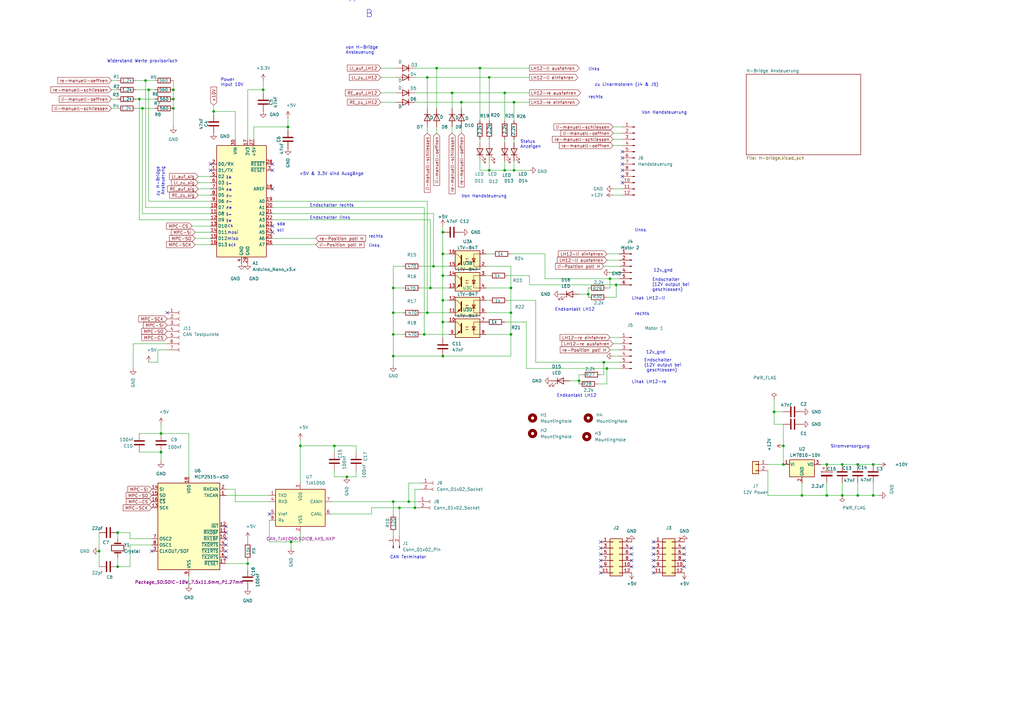
<source format=kicad_sch>
(kicad_sch (version 20250114) (generator "eeschema") (generator_version "9.0")
  (paper "A3")
  (title_block (date "2025-06-23") (rev "2.1") (company "TELLNET AG") (comment 1 "Speisung MCP2515 auf 5V angepasst") (comment 2 "Entkopplungskondensator bei MPC2515 RESET hinzugefügt"))
  (text "Linak LH12-re" (at 259.08 157.48 0) (effects (font (size 1.27 1.27)) (justify left bottom)))
  (text "links" (at 151.13 101.6 0) (effects (font (size 1.27 1.27)) (justify left bottom)))
  (text "r+" (at 92.71 78.74 0) (effects (font (size 1.27 1.27) (thickness 0.254) (bold yes)) (justify left bottom)))
  (text "rechts" (at 151.13 97.79 0) (effects (font (size 1.27 1.27)) (justify left bottom)))
  (text "mosi" (at 95.504 95.504 0) (effects (font (size 1.27 1.27))))
  (text "Status \nAnzeigen" (at 213.36 60.96 0) (effects (font (size 1.27 1.27)) (justify left bottom)))
  (text "+5V & 3.3V sind Ausgänge" (at 122.682 72.136 0) (effects (font (size 1.27 1.27)) (justify left bottom)))
  (text "Endkontakt LH12" (at 228.346 163.068 0) (effects (font (size 1.27 1.27)) (justify left bottom)))
  (text "cs" (at 94.488 92.71 0) (effects (font (size 1.27 1.27))))
  (text "12v_gnd" (at 267.97 111.76 0) (effects (font (size 1.27 1.27)) (justify left bottom)))
  (text "r+" (at 92.71 86.106 0) (effects (font (size 1.27 1.27) (thickness 0.254) (bold yes)) (justify left bottom)))
  (text "rechts" (at 241.3 40.64 0) (effects (font (size 1.27 1.27)) (justify left bottom)))
  (text "Von Handsteuerung" (at 263.144 46.99 0) (effects (font (size 1.27 1.27)) (justify left bottom)))
  (text "sck" (at 95.25 100.584 0) (effects (font (size 1.27 1.27))))
  (text "von H-Bridge \nAnsteuerung\n" (at 141.732 22.352 0) (effects (font (size 1.27 1.27)) (justify left bottom)))
  (text "Endschalter rechts" (at 127 85.09 0) (effects (font (size 1.27 1.27)) (justify left bottom)))
  (text "miso" (at 95.504 98.044 0) (effects (font (size 1.27 1.27))))
  (text "sda" (at 113.538 92.71 0) (effects (font (size 1.27 1.27)) (justify left bottom)))
  (text "links" (at 241.3 29.21 0) (effects (font (size 1.27 1.27)) (justify left bottom)))
  (text "Stromversorgung" (at 340.614 183.896 0) (effects (font (size 1.27 1.27)) (justify left bottom)))
  (text "Endkontakt LH12" (at 227.584 127.762 0) (effects (font (size 1.27 1.27)) (justify left bottom)))
  (text "l+" (at 92.71 91.44 0) (effects (font (size 1.27 1.27) (thickness 0.254) (bold yes)) (justify left bottom)))
  (text "l+" (at 92.71 73.66 0) (effects (font (size 1.27 1.27) (thickness 0.254) (bold yes)) (justify left bottom)))
  (text "A" (at 143.129 1.143 0) (effects (font (size 3 3)) (justify left bottom)))
  (text "zu H-Bridge\nAnsteuerung\n" (at 67.564 68.326 90) (effects (font (size 1.27 1.27)) (justify right bottom)))
  (text "r-" (at 92.71 83.566 0) (effects (font (size 1.27 1.27) (thickness 0.254) (bold yes)) (justify left bottom)))
  (text "l-" (at 92.71 88.9 0) (effects (font (size 1.27 1.27) (thickness 0.254) (bold yes)) (justify left bottom)))
  (text "Endschalter \n(12V output bei\n geschlossen)" (at 264.16 152.654 0) (effects (font (size 1.27 1.27)) (justify left bottom)))
  (text "Linak LH12-li" (at 259.08 123.19 0) (effects (font (size 1.27 1.27)) (justify left bottom)))
  (text "l-" (at 92.71 76.2 0) (effects (font (size 1.27 1.27) (thickness 0.254) (bold yes)) (justify left bottom)))
  (text "Endschalter \n(12V output bei \ngeschlossen)" (at 267.462 119.634 0) (effects (font (size 1.27 1.27)) (justify left bottom)))
  (text "r-" (at 92.71 81.28 0) (effects (font (size 1.27 1.27) (thickness 0.254) (bold yes)) (justify left bottom)))
  (text "Power\nInput 10V" (at 90.424 35.56 0) (effects (font (size 1.27 1.27)) (justify left bottom)))
  (text "B" (at 149.86 7.493 0) (effects (font (size 3 3)) (justify left bottom)))
  (text "zu Linarmotoren (J4 & J5)\n" (at 243.84 35.56 0) (effects (font (size 1.27 1.27)) (justify left bottom)))
  (text "CAN Terminator" (at 167.386 228.6 0) (effects (font (size 1.27 1.27))))
  (text "rechts" (at 260.35 129.54 0) (effects (font (size 1.27 1.27)) (justify left bottom)))
  (text "Von Handsteuerung" (at 189.23 81.28 0) (effects (font (size 1.27 1.27)) (justify left bottom)))
  (text "Endschalter links" (at 127 90.17 0) (effects (font (size 1.27 1.27)) (justify left bottom)))
  (text "scl" (at 113.538 95.25 0) (effects (font (size 1.27 1.27)) (justify left bottom)))
  (text "12v_gnd" (at 264.922 145.288 0) (effects (font (size 1.27 1.27)) (justify left bottom)))
  (text "Widerstand Werte provisorisch" (at 58.42 25.146 0) (effects (font (size 1.27 1.27))))
  (text "links" (at 260.35 95.25 0) (effects (font (size 1.27 1.27)) (justify left bottom)))
  (junction (at 123.19 182.88))
  (junction (at 210.82 41.91))
  (junction (at 351.79 203.2))
  (junction (at 87.63 45.72))
  (junction (at 118.11 52.07))
  (junction (at 196.85 27.94))
  (junction (at 161.29 118.11))
  (junction (at 317.5 168.91))
  (junction (at 175.26 31.75))
  (junction (at 207.01 69.85))
  (junction (at 163.83 208.28))
  (junction (at 175.26 128.27))
  (junction (at 161.29 128.27))
  (junction (at 321.31 182.88))
  (junction (at 339.09 203.2))
  (junction (at 57.15 40.64))
  (junction (at 48.26 218.44))
  (junction (at 351.79 190.5))
  (junction (at 119.38 222.25))
  (junction (at 248.92 151.13))
  (junction (at 358.14 190.5))
  (junction (at 181.61 132.08))
  (junction (at 185.42 38.1))
  (junction (at 358.14 203.2))
  (junction (at 345.44 203.2))
  (junction (at 250.19 114.3))
  (junction (at 237.49 156.21))
  (junction (at 177.8 109.22))
  (junction (at 71.12 36.83))
  (junction (at 161.29 137.16))
  (junction (at 210.82 69.85))
  (junction (at 247.65 148.59))
  (junction (at 66.04 177.8))
  (junction (at 179.07 27.94))
  (junction (at 167.64 205.74))
  (junction (at 101.6 231.14))
  (junction (at 107.95 36.83))
  (junction (at 345.44 190.5))
  (junction (at 176.53 118.11))
  (junction (at 321.31 190.5))
  (junction (at 200.66 69.85))
  (junction (at 252.73 116.84))
  (junction (at 241.3 120.65))
  (junction (at 339.09 190.5))
  (junction (at 209.55 128.27))
  (junction (at 40.64 226.06))
  (junction (at 71.12 44.45))
  (junction (at 170.18 208.28))
  (junction (at 200.66 31.75))
  (junction (at 328.93 203.2))
  (junction (at 137.16 182.88))
  (junction (at 173.99 137.16))
  (junction (at 181.61 104.14))
  (junction (at 209.55 118.11))
  (junction (at 142.24 195.58))
  (junction (at 181.61 146.05))
  (junction (at 48.26 232.41))
  (junction (at 207.01 38.1))
  (junction (at 58.42 44.45))
  (junction (at 181.61 123.19))
  (junction (at 59.69 33.02))
  (junction (at 161.29 205.74))
  (junction (at 161.29 146.05))
  (junction (at 66.04 185.42))
  (junction (at 60.96 36.83))
  (junction (at 209.55 137.16))
  (junction (at 181.61 95.25))
  (junction (at 189.23 41.91))
  (junction (at 181.61 113.03))
  (junction (at 71.12 40.64))
  (no_connect (at 255.27 67.31))
  (no_connect (at 280.67 227.33))
  (no_connect (at 92.71 226.06))
  (no_connect (at 255.27 64.77))
  (no_connect (at 246.38 224.79))
  (no_connect (at 259.08 232.41))
  (no_connect (at 86.36 67.31))
  (no_connect (at 111.76 92.71))
  (no_connect (at 255.27 62.23))
  (no_connect (at 92.71 215.9))
  (no_connect (at 92.71 223.52))
  (no_connect (at 280.67 232.41))
  (no_connect (at 111.76 95.25))
  (no_connect (at 259.08 229.87))
  (no_connect (at 267.97 227.33))
  (no_connect (at 246.38 232.41))
  (no_connect (at 255.27 74.93))
  (no_connect (at 259.08 224.79))
  (no_connect (at 111.76 69.85))
  (no_connect (at 246.38 234.95))
  (no_connect (at 110.49 210.82))
  (no_connect (at 246.38 222.25))
  (no_connect (at 280.67 224.79))
  (no_connect (at 267.97 224.79))
  (no_connect (at 92.71 220.98))
  (no_connect (at 259.08 227.33))
  (no_connect (at 92.71 228.6))
  (no_connect (at 111.76 77.47))
  (no_connect (at 62.23 226.06))
  (no_connect (at 255.27 69.85))
  (no_connect (at 86.36 69.85))
  (no_connect (at 255.27 72.39))
  (no_connect (at 267.97 222.25))
  (no_connect (at 68.58 128.27))
  (no_connect (at 267.97 234.95))
  (no_connect (at 246.38 227.33))
  (no_connect (at 92.71 218.44))
  (no_connect (at 246.38 229.87))
  (no_connect (at 267.97 229.87))
  (no_connect (at 280.67 229.87))
  (no_connect (at 267.97 232.41))
  (no_connect (at 111.76 67.31))
  (wire (pts (xy 64.77 148.59) (xy 60.96 148.59)))
  (wire (pts (xy 247.65 148.59) (xy 254 148.59)))
  (wire (pts (xy 250.19 111.76) (xy 254 111.76)))
  (wire (pts (xy 251.46 59.69) (xy 255.27 59.69)))
  (wire (pts (xy 78.74 92.71) (xy 86.36 92.71)))
  (wire (pts (xy 210.82 66.04) (xy 210.82 69.85)))
  (wire (pts (xy 161.29 118.11) (xy 161.29 128.27)))
  (wire (pts (xy 161.29 146.05) (xy 181.61 146.05)))
  (wire (pts (xy 185.42 38.1) (xy 207.01 38.1)))
  (wire (pts (xy 241.3 120.65) (xy 241.3 121.92)))
  (wire (pts (xy 248.92 151.13) (xy 248.92 157.48)))
  (wire (pts (xy 137.16 195.58) (xy 137.16 193.04)))
  (wire (pts (xy 161.29 149.86) (xy 161.29 146.05)))
  (wire (pts (xy 199.39 128.27) (xy 209.55 128.27)))
  (wire (pts (xy 200.66 66.04) (xy 200.66 69.85)))
  (wire (pts (xy 181.61 113.03) (xy 184.15 113.03)))
  (wire (pts (xy 199.39 104.14) (xy 201.93 104.14)))
  (wire (pts (xy 196.85 66.04) (xy 196.85 69.85)))
  (wire (pts (xy 92.71 200.66) (xy 96.52 200.66)))
  (wire (pts (xy 161.29 205.74) (xy 167.64 205.74)))
  (wire (pts (xy 251.46 77.47) (xy 255.27 77.47)))
  (wire (pts (xy 71.12 33.02) (xy 71.12 36.83)))
  (wire (pts (xy 345.44 190.5) (xy 351.79 190.5)))
  (wire (pts (xy 96.52 205.74) (xy 110.49 205.74)))
  (wire (pts (xy 101.6 36.83) (xy 101.6 57.15)))
  (wire (pts (xy 317.5 163.83) (xy 317.5 168.91)))
  (wire (pts (xy 176.53 118.11) (xy 184.15 118.11)))
  (wire (pts (xy 173.99 85.09) (xy 173.99 137.16)))
  (wire (pts (xy 177.8 87.63) (xy 177.8 109.22)))
  (wire (pts (xy 251.46 80.01) (xy 255.27 80.01)))
  (wire (pts (xy 189.23 41.91) (xy 210.82 41.91)))
  (wire (pts (xy 58.42 44.45) (xy 63.5 44.45)))
  (wire (pts (xy 111.76 85.09) (xy 173.99 85.09)))
  (wire (pts (xy 87.63 43.18) (xy 87.63 45.72)))
  (wire (pts (xy 80.01 97.79) (xy 86.36 97.79)))
  (wire (pts (xy 317.5 168.91) (xy 317.5 173.99)))
  (wire (pts (xy 48.26 218.44) (xy 53.34 218.44)))
  (wire (pts (xy 250.19 138.43) (xy 254 138.43)))
  (wire (pts (xy 185.42 52.07) (xy 185.42 54.61)))
  (wire (pts (xy 123.19 182.88) (xy 123.19 198.12)))
  (wire (pts (xy 358.14 203.2) (xy 351.79 203.2)))
  (wire (pts (xy 53.34 218.44) (xy 53.34 220.98)))
  (wire (pts (xy 177.8 109.22) (xy 184.15 109.22)))
  (wire (pts (xy 237.49 153.67) (xy 238.76 153.67)))
  (wire (pts (xy 248.92 151.13) (xy 254 151.13)))
  (wire (pts (xy 66.04 173.99) (xy 66.04 177.8)))
  (wire (pts (xy 92.71 231.14) (xy 101.6 231.14)))
  (wire (pts (xy 77.47 236.22) (xy 77.47 240.03)))
  (wire (pts (xy 233.68 156.21) (xy 237.49 156.21)))
  (wire (pts (xy 161.29 109.22) (xy 165.1 109.22)))
  (wire (pts (xy 137.16 195.58) (xy 142.24 195.58)))
  (wire (pts (xy 181.61 123.19) (xy 181.61 132.08)))
  (wire (pts (xy 161.29 205.74) (xy 161.29 210.82)))
  (wire (pts (xy 176.53 90.17) (xy 176.53 118.11)))
  (wire (pts (xy 248.92 106.68) (xy 254 106.68)))
  (wire (pts (xy 161.29 118.11) (xy 165.1 118.11)))
  (wire (pts (xy 175.26 31.75) (xy 175.26 44.45)))
  (wire (pts (xy 328.93 203.2) (xy 339.09 203.2)))
  (wire (pts (xy 55.88 40.64) (xy 57.15 40.64)))
  (wire (pts (xy 175.26 31.75) (xy 200.66 31.75)))
  (wire (pts (xy 111.76 97.79) (xy 129.54 97.79)))
  (wire (pts (xy 163.83 208.28) (xy 163.83 219.71)))
  (wire (pts (xy 45.72 36.83) (xy 48.26 36.83)))
  (wire (pts (xy 135.89 205.74) (xy 161.29 205.74)))
  (wire (pts (xy 118.11 48.26) (xy 118.11 52.07)))
  (wire (pts (xy 156.21 31.75) (xy 162.56 31.75)))
  (wire (pts (xy 156.21 41.91) (xy 162.56 41.91)))
  (wire (pts (xy 137.16 182.88) (xy 137.16 185.42)))
  (wire (pts (xy 142.24 195.58) (xy 146.05 195.58)))
  (wire (pts (xy 45.72 33.02) (xy 48.26 33.02)))
  (wire (pts (xy 54.61 140.97) (xy 68.58 140.97)))
  (wire (pts (xy 172.72 128.27) (xy 175.26 128.27)))
  (wire (pts (xy 223.52 114.3) (xy 250.19 114.3)))
  (wire (pts (xy 181.61 113.03) (xy 181.61 123.19)))
  (wire (pts (xy 210.82 58.42) (xy 210.82 57.15)))
  (wire (pts (xy 66.04 185.42) (xy 57.15 185.42)))
  (wire (pts (xy 210.82 41.91) (xy 217.17 41.91)))
  (wire (pts (xy 223.52 104.14) (xy 223.52 114.3)))
  (wire (pts (xy 321.31 173.99) (xy 321.31 182.88)))
  (wire (pts (xy 252.73 116.84) (xy 254 116.84)))
  (wire (pts (xy 200.66 31.75) (xy 200.66 49.53)))
  (wire (pts (xy 175.26 82.55) (xy 175.26 128.27)))
  (wire (pts (xy 210.82 41.91) (xy 210.82 49.53)))
  (wire (pts (xy 251.46 52.07) (xy 255.27 52.07)))
  (wire (pts (xy 161.29 128.27) (xy 165.1 128.27)))
  (wire (pts (xy 53.34 220.98) (xy 62.23 220.98)))
  (wire (pts (xy 161.29 137.16) (xy 165.1 137.16)))
  (wire (pts (xy 351.79 190.5) (xy 358.14 190.5)))
  (wire (pts (xy 207.01 132.08) (xy 215.9 132.08)))
  (wire (pts (xy 351.79 198.12) (xy 351.79 203.2)))
  (wire (pts (xy 181.61 104.14) (xy 184.15 104.14)))
  (wire (pts (xy 80.01 100.33) (xy 86.36 100.33)))
  (wire (pts (xy 345.44 203.2) (xy 351.79 203.2)))
  (wire (pts (xy 58.42 44.45) (xy 58.42 87.63)))
  (wire (pts (xy 59.69 33.02) (xy 63.5 33.02)))
  (wire (pts (xy 210.82 69.85) (xy 217.17 69.85)))
  (wire (pts (xy 199.39 113.03) (xy 200.66 113.03)))
  (wire (pts (xy 199.39 118.11) (xy 209.55 118.11)))
  (wire (pts (xy 110.49 222.25) (xy 119.38 222.25)))
  (wire (pts (xy 181.61 123.19) (xy 184.15 123.19)))
  (wire (pts (xy 199.39 123.19) (xy 200.66 123.19)))
  (wire (pts (xy 200.66 58.42) (xy 200.66 57.15)))
  (wire (pts (xy 172.72 200.66) (xy 170.18 200.66)))
  (wire (pts (xy 123.19 180.34) (xy 123.19 182.88)))
  (wire (pts (xy 181.61 146.05) (xy 209.55 146.05)))
  (wire (pts (xy 81.28 72.39) (xy 86.36 72.39)))
  (wire (pts (xy 101.6 36.83) (xy 107.95 36.83)))
  (wire (pts (xy 119.38 222.25) (xy 119.38 224.79)))
  (wire (pts (xy 40.64 218.44) (xy 40.64 226.06)))
  (wire (pts (xy 81.28 77.47) (xy 86.36 77.47)))
  (wire (pts (xy 219.71 148.59) (xy 247.65 148.59)))
  (wire (pts (xy 181.61 132.08) (xy 181.61 138.43)))
  (wire (pts (xy 161.29 218.44) (xy 161.29 219.71)))
  (wire (pts (xy 55.88 36.83) (xy 60.96 36.83)))
  (wire (pts (xy 250.19 118.11) (xy 250.19 114.3)))
  (wire (pts (xy 251.46 146.05) (xy 254 146.05)))
  (wire (pts (xy 321.31 168.91) (xy 317.5 168.91)))
  (wire (pts (xy 101.6 233.68) (xy 101.6 231.14)))
  (wire (pts (xy 251.46 140.97) (xy 254 140.97)))
  (wire (pts (xy 172.72 118.11) (xy 176.53 118.11)))
  (wire (pts (xy 248.92 121.92) (xy 252.73 121.92)))
  (wire (pts (xy 146.05 193.04) (xy 146.05 195.58)))
  (wire (pts (xy 208.28 113.03) (xy 217.17 113.03)))
  (wire (pts (xy 170.18 41.91) (xy 189.23 41.91)))
  (wire (pts (xy 64.77 143.51) (xy 68.58 143.51)))
  (wire (pts (xy 111.76 82.55) (xy 175.26 82.55)))
  (wire (pts (xy 60.96 36.83) (xy 63.5 36.83)))
  (wire (pts (xy 55.88 33.02) (xy 59.69 33.02)))
  (wire (pts (xy 152.4 208.28) (xy 152.4 210.82)))
  (wire (pts (xy 107.95 36.83) (xy 107.95 38.1)))
  (wire (pts (xy 59.69 85.09) (xy 59.69 33.02)))
  (wire (pts (xy 241.3 120.65) (xy 241.3 118.11)))
  (wire (pts (xy 71.12 36.83) (xy 71.12 40.64)))
  (wire (pts (xy 66.04 189.23) (xy 66.04 185.42)))
  (wire (pts (xy 181.61 132.08) (xy 184.15 132.08)))
  (wire (pts (xy 81.28 74.93) (xy 86.36 74.93)))
  (wire (pts (xy 251.46 54.61) (xy 255.27 54.61)))
  (wire (pts (xy 175.26 128.27) (xy 184.15 128.27)))
  (wire (pts (xy 252.73 121.92) (xy 252.73 116.84)))
  (wire (pts (xy 77.47 177.8) (xy 66.04 177.8)))
  (wire (pts (xy 53.34 223.52) (xy 53.34 232.41)))
  (wire (pts (xy 80.01 95.25) (xy 86.36 95.25)))
  (wire (pts (xy 336.55 190.5) (xy 339.09 190.5)))
  (wire (pts (xy 358.14 190.5) (xy 360.68 190.5)))
  (wire (pts (xy 247.65 148.59) (xy 247.65 153.67)))
  (wire (pts (xy 156.21 38.1) (xy 162.56 38.1)))
  (wire (pts (xy 250.19 114.3) (xy 254 114.3)))
  (wire (pts (xy 86.36 85.09) (xy 59.69 85.09)))
  (wire (pts (xy 245.11 157.48) (xy 248.92 157.48)))
  (wire (pts (xy 64.77 143.51) (xy 64.77 148.59)))
  (wire (pts (xy 179.07 52.07) (xy 179.07 54.61)))
  (wire (pts (xy 170.18 208.28) (xy 163.83 208.28)))
  (wire (pts (xy 137.16 182.88) (xy 146.05 182.88)))
  (wire (pts (xy 217.17 116.84) (xy 252.73 116.84)))
  (wire (pts (xy 248.92 104.14) (xy 254 104.14)))
  (wire (pts (xy 55.88 44.45) (xy 58.42 44.45)))
  (wire (pts (xy 175.26 52.07) (xy 175.26 54.61)))
  (wire (pts (xy 161.29 137.16) (xy 161.29 146.05)))
  (wire (pts (xy 110.49 213.36) (xy 110.49 222.25)))
  (wire (pts (xy 321.31 182.88) (xy 321.31 190.5)))
  (wire (pts (xy 237.49 120.65) (xy 241.3 120.65)))
  (wire (pts (xy 45.72 40.64) (xy 48.26 40.64)))
  (wire (pts (xy 181.61 95.25) (xy 181.61 104.14)))
  (wire (pts (xy 207.01 69.85) (xy 210.82 69.85)))
  (wire (pts (xy 53.34 232.41) (xy 48.26 232.41)))
  (wire (pts (xy 110.49 203.2) (xy 92.71 203.2)))
  (wire (pts (xy 358.14 203.2) (xy 360.68 203.2)))
  (wire (pts (xy 96.52 45.72) (xy 96.52 57.15)))
  (wire (pts (xy 57.15 177.8) (xy 66.04 177.8)))
  (wire (pts (xy 137.16 182.88) (xy 123.19 182.88)))
  (wire (pts (xy 71.12 40.64) (xy 71.12 44.45)))
  (wire (pts (xy 172.72 109.22) (xy 177.8 109.22)))
  (wire (pts (xy 209.55 128.27) (xy 209.55 137.16)))
  (wire (pts (xy 185.42 38.1) (xy 185.42 44.45)))
  (wire (pts (xy 358.14 198.12) (xy 358.14 203.2)))
  (wire (pts (xy 181.61 104.14) (xy 181.61 113.03)))
  (wire (pts (xy 81.28 80.01) (xy 86.36 80.01)))
  (wire (pts (xy 237.49 156.21) (xy 237.49 157.48)))
  (wire (pts (xy 196.85 69.85) (xy 200.66 69.85)))
  (wire (pts (xy 200.66 31.75) (xy 217.17 31.75)))
  (wire (pts (xy 179.07 44.45) (xy 179.07 27.94)))
  (wire (pts (xy 77.47 177.8) (xy 77.47 195.58)))
  (wire (pts (xy 48.26 228.6) (xy 48.26 232.41)))
  (wire (pts (xy 161.29 128.27) (xy 161.29 137.16)))
  (wire (pts (xy 101.6 231.14) (xy 101.6 229.87)))
  (wire (pts (xy 199.39 109.22) (xy 209.55 109.22)))
  (wire (pts (xy 196.85 27.94) (xy 217.17 27.94)))
  (wire (pts (xy 196.85 27.94) (xy 196.85 49.53)))
  (wire (pts (xy 161.29 109.22) (xy 161.29 118.11)))
  (wire (pts (xy 209.55 118.11) (xy 209.55 128.27)))
  (wire (pts (xy 217.17 113.03) (xy 217.17 116.84)))
  (wire (pts (xy 250.19 143.51) (xy 254 143.51)))
  (wire (pts (xy 54.61 151.13) (xy 54.61 140.97)))
  (wire (pts (xy 207.01 66.04) (xy 207.01 69.85)))
  (wire (pts (xy 167.64 205.74) (xy 171.45 205.74)))
  (wire (pts (xy 248.92 118.11) (xy 250.19 118.11)))
  (wire (pts (xy 104.14 52.07) (xy 118.11 52.07)))
  (wire (pts (xy 207.01 38.1) (xy 217.17 38.1)))
  (wire (pts (xy 339.09 203.2) (xy 345.44 203.2)))
  (wire (pts (xy 170.18 38.1) (xy 185.42 38.1)))
  (wire (pts (xy 40.64 226.06) (xy 40.64 232.41)))
  (wire (pts (xy 209.55 137.16) (xy 209.55 146.05)))
  (wire (pts (xy 48.26 218.44) (xy 48.26 220.98)))
  (wire (pts (xy 57.15 90.17) (xy 86.36 90.17)))
  (wire (pts (xy 104.14 52.07) (xy 104.14 57.15)))
  (wire (pts (xy 45.72 44.45) (xy 48.26 44.45)))
  (wire (pts (xy 200.66 69.85) (xy 207.01 69.85)))
  (wire (pts (xy 181.61 92.71) (xy 181.61 95.25)))
  (wire (pts (xy 172.72 198.12) (xy 167.64 198.12)))
  (wire (pts (xy 107.95 33.02) (xy 107.95 36.83)))
  (wire (pts (xy 209.55 109.22) (xy 209.55 118.11)))
  (wire (pts (xy 172.72 137.16) (xy 173.99 137.16)))
  (wire (pts (xy 163.83 208.28) (xy 152.4 208.28)))
  (wire (pts (xy 87.63 45.72) (xy 87.63 46.99)))
  (wire (pts (xy 53.34 223.52) (xy 62.23 223.52)))
  (wire (pts (xy 339.09 198.12) (xy 339.09 203.2)))
  (wire (pts (xy 246.38 153.67) (xy 247.65 153.67)))
  (wire (pts (xy 123.19 218.44) (xy 123.19 222.25)))
  (wire (pts (xy 179.07 27.94) (xy 196.85 27.94)))
  (wire (pts (xy 196.85 58.42) (xy 196.85 57.15)))
  (wire (pts (xy 207.01 38.1) (xy 207.01 49.53)))
  (wire (pts (xy 321.31 173.99) (xy 317.5 173.99)))
  (wire (pts (xy 207.01 58.42) (xy 207.01 57.15)))
  (wire (pts (xy 101.6 220.98) (xy 101.6 222.25)))
  (wire (pts (xy 60.96 82.55) (xy 86.36 82.55)))
  (wire (pts (xy 87.63 45.72) (xy 96.52 45.72)))
  (wire (pts (xy 314.96 203.2) (xy 328.93 203.2)))
  (wire (pts (xy 208.28 123.19) (xy 219.71 123.19)))
  (wire (pts (xy 146.05 182.88) (xy 146.05 185.42)))
  (wire (pts (xy 170.18 31.75) (xy 175.26 31.75)))
  (wire (pts (xy 247.65 109.22) (xy 254 109.22)))
  (wire (pts (xy 111.76 87.63) (xy 177.8 87.63)))
  (wire (pts (xy 189.23 52.07) (xy 189.23 54.61)))
  (wire (pts (xy 215.9 151.13) (xy 248.92 151.13)))
  (wire (pts (xy 58.42 87.63) (xy 86.36 87.63)))
  (wire (pts (xy 156.21 27.94) (xy 162.56 27.94)))
  (wire (pts (xy 123.19 222.25) (xy 119.38 222.25)))
  (wire (pts (xy 199.39 137.16) (xy 209.55 137.16)))
  (wire (pts (xy 118.11 52.07) (xy 118.11 53.34)))
  (wire (pts (xy 339.09 190.5) (xy 345.44 190.5)))
  (wire (pts (xy 314.96 190.5) (xy 321.31 190.5)))
  (wire (pts (xy 189.23 41.91) (xy 189.23 44.45)))
  (wire (pts (xy 173.99 137.16) (xy 184.15 137.16)))
  (wire (pts (xy 71.12 44.45) (xy 71.12 52.07)))
  (wire (pts (xy 314.96 193.04) (xy 314.96 203.2)))
  (wire (pts (xy 167.64 198.12) (xy 167.64 205.74)))
  (wire (pts (xy 57.15 40.64) (xy 63.5 40.64)))
  (wire (pts (xy 57.15 40.64) (xy 57.15 90.17)))
  (wire (pts (xy 135.89 210.82) (xy 152.4 210.82)))
  (wire (pts (xy 328.93 203.2) (xy 328.93 198.12)))
  (wire (pts (xy 60.96 36.83) (xy 60.96 82.55)))
  (wire (pts (xy 251.46 57.15) (xy 255.27 57.15)))
  (wire (pts (xy 345.44 198.12) (xy 345.44 203.2)))
  (wire (pts (xy 170.18 27.94) (xy 179.07 27.94)))
  (wire (pts (xy 111.76 90.17) (xy 176.53 90.17)))
  (wire (pts (xy 237.49 153.67) (xy 237.49 156.21)))
  (wire (pts (xy 170.18 200.66) (xy 170.18 208.28)))
  (wire (pts (xy 171.45 208.28) (xy 170.18 208.28)))
  (wire (pts (xy 215.9 151.13) (xy 215.9 132.08)))
  (wire (pts (xy 209.55 104.14) (xy 223.52 104.14)))
  (wire (pts (xy 96.52 200.66) (xy 96.52 205.74)))
  (wire (pts (xy 219.71 123.19) (xy 219.71 148.59)))
  (wire (pts (xy 111.76 100.33) (xy 129.54 100.33)))
  (global_label "re-manuell-oeffnen" (shape input) (at 45.72 33.02 180) (property "Intersheetrefs" "${INTERSHEET_REFS}" (effects (hide yes))))
  (global_label "MPC-SO" (shape input) (at 62.23 203.2 180) (property "Intersheetrefs" "${INTERSHEET_REFS}" (effects (hide yes))))
  (global_label "LH12-li ausfahren" (shape input) (at 248.92 106.68 180) (property "Intersheetrefs" "${INTERSHEET_REFS}" (effects (hide yes))))
  (global_label "RE_auf_sig" (shape input) (at 81.28 77.47 180) (property "Intersheetrefs" "${INTERSHEET_REFS}" (effects (hide yes))))
  (global_label "LH12-re ausfahren" (shape output) (at 217.17 38.1 0) (property "Intersheetrefs" "${INTERSHEET_REFS}" (effects (hide yes))))
  (global_label "re-manuell-oeffnen" (shape input) (at 251.46 59.69 180) (property "Intersheetrefs" "${INTERSHEET_REFS}" (effects (hide yes))))
  (global_label "LH12-li einfahren" (shape output) (at 217.17 31.75 0) (property "Intersheetrefs" "${INTERSHEET_REFS}" (effects (hide yes))))
  (global_label "MPC-SO" (shape input) (at 68.58 135.89 180) (property "Intersheetrefs" "${INTERSHEET_REFS}" (effects (hide yes))))
  (global_label "MPC-CS" (shape input) (at 62.23 205.74 180) (property "Intersheetrefs" "${INTERSHEET_REFS}" (effects (hide yes))))
  (global_label "re-Position poti H" (shape input) (at 129.54 97.79 0) (property "Intersheetrefs" "${INTERSHEET_REFS}" (effects (hide yes))))
  (global_label "re-manuell-schliessen" (shape input) (at 251.46 57.15 180) (property "Intersheetrefs" "${INTERSHEET_REFS}" (effects (hide yes))))
  (global_label "li-manuell-schliessen" (shape input) (at 45.72 44.45 180) (property "Intersheetrefs" "${INTERSHEET_REFS}" (effects (hide yes))))
  (global_label "MPC-SCK" (shape input) (at 80.01 100.33 180) (property "Intersheetrefs" "${INTERSHEET_REFS}" (effects (hide yes))))
  (global_label "RE_zu_sig" (shape input) (at 81.28 80.01 180) (property "Intersheetrefs" "${INTERSHEET_REFS}" (effects (hide yes))))
  (global_label "LI_zu_sig" (shape input) (at 81.28 74.93 180) (property "Intersheetrefs" "${INTERSHEET_REFS}" (effects (hide yes))))
  (global_label "re-Position poti H" (shape input) (at 250.19 143.51 180) (property "Intersheetrefs" "${INTERSHEET_REFS}" (effects (hide yes))))
  (global_label "LH12-re einfahren" (shape output) (at 217.17 41.91 0) (property "Intersheetrefs" "${INTERSHEET_REFS}" (effects (hide yes))))
  (global_label "LI_auf_sig" (shape input) (at 81.28 72.39 180) (property "Intersheetrefs" "${INTERSHEET_REFS}" (effects (hide yes))))
  (global_label "LH12-re einfahren" (shape input) (at 250.19 138.43 180) (property "Intersheetrefs" "${INTERSHEET_REFS}" (effects (hide yes))))
  (global_label "li-Position poti H" (shape input) (at 129.54 100.33 0) (property "Intersheetrefs" "${INTERSHEET_REFS}" (effects (hide yes))))
  (global_label "MPC-SO" (shape input) (at 80.01 97.79 180) (property "Intersheetrefs" "${INTERSHEET_REFS}" (effects (hide yes))))
  (global_label "+10V" (shape input) (at 87.63 43.18 90) (property "Intersheetrefs" "${INTERSHEET_REFS}" (effects (hide yes))))
  (global_label "MPC-CS" (shape input) (at 78.74 92.71 180) (property "Intersheetrefs" "${INTERSHEET_REFS}" (effects (hide yes))))
  (global_label "LH12-li einfahren" (shape input) (at 248.92 104.14 180) (property "Intersheetrefs" "${INTERSHEET_REFS}" (effects (hide yes))))
  (global_label "re-manuell-oeffnen" (shape input) (at 189.23 54.61 270) (property "Intersheetrefs" "${INTERSHEET_REFS}" (effects (hide yes))))
  (global_label "MPC-SCK" (shape input) (at 62.23 208.28 180) (property "Intersheetrefs" "${INTERSHEET_REFS}" (effects (hide yes))))
  (global_label "li-Position poti H" (shape input) (at 247.65 109.22 180) (property "Intersheetrefs" "${INTERSHEET_REFS}" (effects (hide yes))))
  (global_label "RE_auf_LH12" (shape input) (at 156.21 38.1 180) (property "Intersheetrefs" "${INTERSHEET_REFS}" (effects (hide yes))))
  (global_label "li-manuell-oeffnen" (shape input) (at 179.07 54.61 270) (property "Intersheetrefs" "${INTERSHEET_REFS}" (effects (hide yes))))
  (global_label "li-manuell-oeffnen" (shape input) (at 251.46 54.61 180) (property "Intersheetrefs" "${INTERSHEET_REFS}" (effects (hide yes))))
  (global_label "li-manuell-schliessen" (shape input) (at 251.46 52.07 180) (property "Intersheetrefs" "${INTERSHEET_REFS}" (effects (hide yes))))
  (global_label "MPC-SI" (shape input) (at 80.01 95.25 180) (property "Intersheetrefs" "${INTERSHEET_REFS}" (effects (hide yes))))
  (global_label "re-manuell-schliessen" (shape input) (at 185.42 54.61 270) (property "Intersheetrefs" "${INTERSHEET_REFS}" (effects (hide yes))))
  (global_label "LH12-li ausfahren" (shape output) (at 217.17 27.94 0) (property "Intersheetrefs" "${INTERSHEET_REFS}" (effects (hide yes))))
  (global_label "LI_auf_LH12" (shape input) (at 156.21 27.94 180) (property "Intersheetrefs" "${INTERSHEET_REFS}" (effects (hide yes))))
  (global_label "li-manuell-oeffnen" (shape input) (at 45.72 40.64 180) (property "Intersheetrefs" "${INTERSHEET_REFS}" (effects (hide yes))))
  (global_label "RE_zu_LH12" (shape input) (at 156.21 41.91 180) (property "Intersheetrefs" "${INTERSHEET_REFS}" (effects (hide yes))))
  (global_label "MPC-SI" (shape input) (at 62.23 200.66 180) (property "Intersheetrefs" "${INTERSHEET_REFS}" (effects (hide yes))))
  (global_label "MPC-SI" (shape input) (at 68.58 133.35 180) (property "Intersheetrefs" "${INTERSHEET_REFS}" (effects (hide yes))))
  (global_label "MPC-SCK" (shape input) (at 68.58 130.81 180) (property "Intersheetrefs" "${INTERSHEET_REFS}" (effects (hide yes))))
  (global_label "MPC-CS" (shape input) (at 68.58 138.43 180) (property "Intersheetrefs" "${INTERSHEET_REFS}" (effects (hide yes))))
  (global_label "li-manuell-schliessen" (shape input) (at 175.26 54.61 270) (property "Intersheetrefs" "${INTERSHEET_REFS}" (effects (hide yes))))
  (global_label "LH12-re ausfahren" (shape input) (at 251.46 140.97 180) (property "Intersheetrefs" "${INTERSHEET_REFS}" (effects (hide yes))))
  (global_label "LI_zu_LH12" (shape input) (at 156.21 31.75 180) (property "Intersheetrefs" "${INTERSHEET_REFS}" (effects (hide yes))))
  (global_label "re-manuell-schliessen" (shape input) (at 45.72 36.83 180) (property "Intersheetrefs" "${INTERSHEET_REFS}" (effects (hide yes))))
  (symbol (lib_id "Device:LED") (at 196.85 62.23 90) (unit 1)
    (property "Reference" "D11" (at 194.564 74.168 90) (effects (justify right)))
    (property "Value" "LED" (at 194.818 71.374 90) (effects (justify right)))
    (property "Footprint" "LED_SMD:LED_1206_3216Metric_ReverseMount_Hole1.8x2.4mm" (effects (hide yes)))
    (property "Description" "Light emitting diode" (effects (hide yes)))
  )
  (symbol (lib_id "Device:C") (at 101.6 237.49 0) (unit 1)
    (property "Reference" "C18" (at 103.886 234.442 90))
    (property "Value" "100nf" (at 105.664 237.998 90))
    (property "Footprint" "Capacitor_SMD:C_0805_2012Metric" (effects (hide yes)))
    (property "Description" "Unpolarized capacitor" (effects (hide yes)))
  )
  (symbol (lib_id "Device:R") (at 204.47 123.19 90) (unit 1)
    (property "Reference" "R22" (at 213.1568 125.8824 90))
    (property "Value" "1k" (at 204.216 123.444 90))
    (property "Footprint" "Resistor_SMD:R_0805_2012Metric" (effects (hide yes)))
    (property "Description" "Resistor" (effects (hide yes)))
  )
  (symbol (lib_id "Device:R") (at 67.31 40.64 90) (unit 1)
    (property "Reference" "R7" (at 64.516 42.418 90))
    (property "Value" "560" (at 67.31 40.64 90))
    (property "Footprint" "Resistor_SMD:R_0805_2012Metric" (effects (hide yes)))
    (property "Description" "Resistor" (effects (hide yes)))
  )
  (symbol (lib_id "Device:C") (at 107.95 41.91 0) (unit 1)
    (property "Reference" "C5" (at 111.125 41.91 90))
    (property "Value" "47nF" (at 113.03 41.91 90))
    (property "Footprint" "Capacitor_SMD:C_0805_2012Metric" (effects (hide yes)))
    (property "Description" "Unpolarized capacitor" (effects (hide yes)))
  )
  (symbol (lib_id "power:GND") (at 107.95 45.72 0) (unit 1)
    (property "Reference" "#PWR014" (effects (hide yes)))
    (property "Value" "GND" (at 110.49 46.9899 0) (effects (justify left)))
    (property "Description" "Power symbol creates a global label with name \"GND\" , ground" (effects (hide yes)))
  )
  (symbol (lib_id "Device:D") (at 166.37 38.1 180) (unit 1)
    (property "Reference" "D5" (at 169.545 36.195 0))
    (property "Value" "D" (at 164.084 36.068 0))
    (property "Footprint" "Diode_SMD:D_SOD-323" (effects (hide yes)))
    (property "Description" "Diode" (effects (hide yes)))
    (property "Sim.Device" "D" (effects (hide yes)))
    (property "Sim.Pins" "1=K 2=A" (effects (hide yes)))
  )
  (symbol (lib_id "Device:LED") (at 229.87 156.21 0) (unit 1)
    (property "Reference" "D15" (at 228.2825 150.368 0))
    (property "Value" "LED" (at 228.2825 152.908 0))
    (property "Footprint" "LED_SMD:LED_1206_3216Metric_ReverseMount_Hole1.8x2.4mm" (effects (hide yes)))
    (property "Description" "Light emitting diode" (effects (hide yes)))
  )
  (symbol (lib_id "power:GND") (at 328.93 173.99 90) (unit 1)
    (property "Reference" "#PWR03" (effects (hide yes)))
    (property "Value" "GND" (at 332.74 173.99 90) (effects (justify right)))
    (property "Description" "Power symbol creates a global label with name \"GND\" , ground" (effects (hide yes)))
  )
  (symbol (lib_id "Device:C") (at 137.16 189.23 0) (unit 1)
    (property "Reference" "C15" (at 139.446 186.182 90))
    (property "Value" "100nf" (at 141.224 189.738 90))
    (property "Footprint" "Capacitor_SMD:C_0805_2012Metric" (effects (hide yes)))
    (property "Description" "Unpolarized capacitor" (effects (hide yes)))
  )
  (symbol (lib_id "power:+5V") (at 181.61 92.71 0) (unit 1)
    (property "Reference" "#PWR029" (effects (hide yes)))
    (property "Value" "+5V" (at 181.61 88.9 0))
    (property "Description" "Power symbol creates a global label with name \"+5V\"" (effects (hide yes)))
  )
  (symbol (lib_id "power:PWR_FLAG") (at 317.5 163.83 0) (unit 1)
    (property "Reference" "#FLG01" (effects (hide yes)))
    (property "Value" "PWR_FLAG" (at 313.69 154.94 0))
    (property "Description" "Special symbol for telling ERC where power comes from" (effects (hide yes)))
  )
  (symbol (lib_id "Isolator:LTV-847") (at 191.77 125.73 0) (mirror y) (unit 3)
    (property "Reference" "U3" (at 191.77 118.11 0))
    (property "Value" "LTV-847" (at 191.77 120.65 0))
    (property "Footprint" "Package_SO:SOIC254P1016X460-16N" (effects (hide yes)))
    (property "Datasheet" "http://optoelectronics.liteon.com/upload/download/DS-70-96-0016/LTV-8X7%20series.PDF" (effects (hide yes)))
    (property "Description" "Quad DC Optocoupler, Vce 35V, CTR 50%, DIP-16" (effects (hide yes)))
  )
  (symbol (lib_id "power:GND") (at 99.06 107.95 0) (unit 1)
    (property "Reference" "#PWR013" (effects (hide yes)))
    (property "Value" "GND" (at 96.52 114.3 0))
    (property "Description" "Power symbol creates a global label with name \"GND\" , ground" (effects (hide yes)))
  )
  (symbol (lib_id "Device:R") (at 200.66 53.34 0) (unit 1)
    (property "Reference" "R20" (at 201.168 47.244 0) (effects (justify left)))
    (property "Value" "2.2k" (at 200.66 55.118 90) (effects (justify left)))
    (property "Footprint" "Resistor_SMD:R_0805_2012Metric" (effects (hide yes)))
    (property "Description" "Resistor" (effects (hide yes)))
  )
  (symbol (lib_id "Device:R") (at 52.07 36.83 90) (unit 1)
    (property "Reference" "R2" (at 47.752 35.56 90))
    (property "Value" "1.2k" (at 52.07 36.83 90))
    (property "Footprint" "Resistor_SMD:R_0805_2012Metric" (effects (hide yes)))
    (property "Description" "Resistor" (effects (hide yes)))
  )
  (symbol (lib_id "Device:C") (at 185.42 95.25 90) (unit 1)
    (property "Reference" "C12" (at 190.5 90.805 90))
    (property "Value" "47nF" (at 185.42 90.805 90))
    (property "Footprint" "Capacitor_SMD:C_0805_2012Metric" (effects (hide yes)))
    (property "Description" "Unpolarized capacitor" (effects (hide yes)))
  )
  (symbol (lib_id "Connector:Conn_01x06_Pin") (at 259.08 143.51 0) (mirror y) (unit 1)
    (property "Reference" "J5" (at 258.445 133.35 0))
    (property "Value" "Motor 1" (at 268.224 134.62 0))
    (property "Footprint" "vigor:CONN_B6B-XH-JST" (effects (hide yes)))
    (property "Description" "Generic connector, single row, 01x06, script generated" (effects (hide yes)))
  )
  (symbol (lib_id "Device:R") (at 204.47 113.03 90) (unit 1)
    (property "Reference" "R23" (at 212.2932 115.062 90))
    (property "Value" "1k" (at 203.962 113.03 90))
    (property "Footprint" "Resistor_SMD:R_0805_2012Metric" (effects (hide yes)))
    (property "Description" "Resistor" (effects (hide yes)))
  )
  (symbol (lib_id "power:GND") (at 101.6 241.3 0) (unit 1)
    (property "Reference" "#PWR024" (effects (hide yes)))
    (property "Value" "GND" (at 101.6 246.38 0))
    (property "Description" "Power symbol creates a global label with name \"GND\" , ground" (effects (hide yes)))
  )
  (symbol (lib_id "Device:C") (at 146.05 189.23 0) (unit 1)
    (property "Reference" "C17" (at 149.86 187.198 90))
    (property "Value" "100nf" (at 149.352 193.294 90))
    (property "Footprint" "Capacitor_SMD:C_0805_2012Metric" (effects (hide yes)))
    (property "Description" "Unpolarized capacitor" (effects (hide yes)))
  )
  (symbol (lib_id "Interface_CAN_LIN:MCP2551-I-SN") (at 123.19 208.28 0) (unit 1)
    (property "Reference" "U7" (at 125.3841 195.58 0) (effects (justify left)))
    (property "Value" "TJA1050" (at 125.3841 198.12 0) (effects (justify left)))
    (property "Footprint" "CAN_TJA1050:SOIC8_4X5_NXP" (at 123.19 220.98 0) (effects (font (italic yes))))
    (property "Datasheet" "http://ww1.microchip.com/downloads/en/devicedoc/21667d.pdf" (effects (hide yes)))
    (property "Description" "High-Speed CAN Transceiver, 1Mbps, 5V supply, SOIC-8" (effects (hide yes)))
  )
  (symbol (lib_id "Device:R") (at 52.07 40.64 90) (unit 1) (in_bom no)
    (property "Reference" "R3" (at 47.498 38.862 90))
    (property "Value" "1.2k" (at 52.07 40.64 90))
    (property "Footprint" "Resistor_SMD:R_0805_2012Metric" (effects (hide yes)))
    (property "Description" "Resistor" (effects (hide yes)))
  )
  (symbol (lib_id "Device:R") (at 245.11 121.92 90) (unit 1)
    (property "Reference" "R30" (at 244.983 121.666 90))
    (property "Value" "2.2k" (at 245.618 124.206 90))
    (property "Footprint" "Resistor_SMD:R_0805_2012Metric" (effects (hide yes)))
    (property "Description" "Resistor" (effects (hide yes)))
  )
  (symbol (lib_id "Isolator:LTV-847") (at 191.77 134.62 0) (mirror y) (unit 4)
    (property "Reference" "U3" (at 191.77 127 0))
    (property "Value" "LTV-847" (at 191.77 129.54 0))
    (property "Footprint" "Package_SO:SOIC254P1016X460-16N" (effects (hide yes)))
    (property "Datasheet" "http://optoelectronics.liteon.com/upload/download/DS-70-96-0016/LTV-8X7%20series.PDF" (effects (hide yes)))
    (property "Description" "Quad DC Optocoupler, Vce 35V, CTR 50%, DIP-16" (effects (hide yes)))
  )
  (symbol (lib_id "Isolator:LTV-847") (at 191.77 106.68 0) (mirror y) (unit 1)
    (property "Reference" "U3" (at 191.77 99.06 0))
    (property "Value" "LTV-847" (at 191.77 101.6 0))
    (property "Footprint" "Package_SO:SOIC254P1016X460-16N" (effects (hide yes)))
    (property "Datasheet" "http://optoelectronics.liteon.com/upload/download/DS-70-96-0016/LTV-8X7%20series.PDF" (effects (hide yes)))
    (property "Description" "Quad DC Optocoupler, Vce 35V, CTR 50%, DIP-16" (effects (hide yes)))
  )
  (symbol (lib_id "Isolator:LTV-847") (at 191.77 115.57 0) (mirror y) (unit 2)
    (property "Reference" "U3" (at 191.77 107.95 0))
    (property "Value" "LTV-847" (at 191.77 110.49 0))
    (property "Footprint" "Package_SO:SOIC254P1016X460-16N" (effects (hide yes)))
    (property "Datasheet" "http://optoelectronics.liteon.com/upload/download/DS-70-96-0016/LTV-8X7%20series.PDF" (effects (hide yes)))
    (property "Description" "Quad DC Optocoupler, Vce 35V, CTR 50%, DIP-16" (effects (hide yes)))
  )
  (symbol (lib_id "Interface_CAN_LIN:MCP2515-xSO") (at 77.47 215.9 0) (unit 1)
    (property "Reference" "U6" (at 79.6641 193.04 0) (effects (justify left)))
    (property "Value" "MCP2515-xSO" (at 79.6641 195.58 0) (effects (justify left)))
    (property "Footprint" "Package_SO:SOIC-18W_7.5x11.6mm_P1.27mm" (at 77.47 238.76 0) (effects (font (italic yes))))
    (property "Datasheet" "http://ww1.microchip.com/downloads/en/DeviceDoc/21801e.pdf" (effects (hide yes)))
    (property "Description" "Stand-Alone CAN Controller with SPI Interface, SOIC-18" (effects (hide yes)))
  )
  (symbol (lib_id "power:GND") (at 71.12 52.07 0) (unit 1)
    (property "Reference" "#PWR07" (effects (hide yes)))
    (property "Value" "GND" (at 71.12 57.15 0))
    (property "Description" "Power symbol creates a global label with name \"GND\" , ground" (effects (hide yes)))
  )
  (symbol (lib_id "Device:R") (at 210.82 53.34 0) (unit 1)
    (property "Reference" "R26" (at 211.836 47.752 0) (effects (justify left)))
    (property "Value" "2.2k" (at 210.566 55.626 90) (effects (justify left)))
    (property "Footprint" "Resistor_SMD:R_0805_2012Metric" (effects (hide yes)))
    (property "Description" "Resistor" (effects (hide yes)))
  )
  (symbol (lib_id "power:GND") (at 251.46 146.05 270) (unit 1)
    (property "Reference" "#PWR039" (effects (hide yes)))
    (property "Value" "GND" (effects (hide yes)))
    (property "Description" "Power symbol creates a global label with name \"GND\" , ground" (effects (hide yes)))
  )
  (symbol (lib_id "Device:LED") (at 200.66 62.23 90) (unit 1)
    (property "Reference" "D12" (at 200.406 74.422 90) (effects (justify right)))
    (property "Value" "LED" (at 200.152 71.374 90) (effects (justify right)))
    (property "Footprint" "LED_SMD:LED_1206_3216Metric_ReverseMount_Hole1.8x2.4mm" (effects (hide yes)))
    (property "Description" "Light emitting diode" (effects (hide yes)))
  )
  (symbol (lib_id "Device:R") (at 67.31 44.45 90) (unit 1)
    (property "Reference" "R8" (at 64.77 46.99 90))
    (property "Value" "560" (at 67.31 44.45 90))
    (property "Footprint" "Resistor_SMD:R_0805_2012Metric" (effects (hide yes)))
    (property "Description" "Resistor" (effects (hide yes)))
  )
  (symbol (lib_id "power:GND") (at 142.24 195.58 0) (unit 1)
    (property "Reference" "#PWR12" (effects (hide yes)))
    (property "Value" "GND" (at 142.2401 199.39 90) (effects (justify right)))
    (property "Description" "Power symbol creates a global label with name \"GND\" , ground" (effects (hide yes)))
  )
  (symbol (lib_id "Device:R") (at 52.07 44.45 90) (unit 1)
    (property "Reference" "R4" (at 47.498 43.434 90))
    (property "Value" "1.2k" (at 51.816 44.45 90))
    (property "Footprint" "Resistor_SMD:R_0805_2012Metric" (effects (hide yes)))
    (property "Description" "Resistor" (effects (hide yes)))
  )
  (symbol (lib_id "Connector:Conn_01x02_Socket") (at 177.8 198.12 0) (unit 1)
    (property "Reference" "J9" (at 179.07 198.1199 0) (effects (justify left)))
    (property "Value" "Conn_01x02_Socket" (at 179.07 200.6599 0) (effects (justify left)))
    (property "Footprint" "Connector_PinHeader_2.54mm:PinHeader_1x02_P2.54mm_Vertical" (effects (hide yes)))
    (property "Description" "Generic connector, single row, 01x02, script generated" (effects (hide yes)))
  )
  (symbol (lib_id "power:+3.3V") (at 107.95 33.02 0) (unit 1)
    (property "Reference" "#PWR01" (effects (hide yes)))
    (property "Value" "+3.3V" (at 107.95 27.94 0))
    (property "Description" "Power symbol creates a global label with name \"+3.3V\"" (effects (hide yes)))
  )
  (symbol (lib_id "power:GND") (at 54.61 151.13 0) (unit 1)
    (property "Reference" "#PWR015" (effects (hide yes)))
    (property "Value" "GND" (at 54.61 154.94 90) (effects (justify right)))
    (property "Description" "Power symbol creates a global label with name \"GND\" , ground" (effects (hide yes)))
  )
  (symbol (lib_id "Device:C") (at 325.12 173.99 270) (unit 1)
    (property "Reference" "C1" (at 329.565 177.8 90))
    (property "Value" "47nF" (effects (hide yes)))
    (property "Footprint" "Capacitor_SMD:C_0805_2012Metric" (effects (hide yes)))
    (property "Description" "Unpolarized capacitor" (effects (hide yes)))
  )
  (symbol (lib_id "power:GND") (at 118.11 60.96 0) (unit 1)
    (property "Reference" "#PWR018" (effects (hide yes)))
    (property "Value" "GND" (at 118.11 64.77 90) (effects (justify right)))
    (property "Description" "Power symbol creates a global label with name \"GND\" , ground" (effects (hide yes)))
  )
  (symbol (lib_id "Connector_Generic:Conn_01x02") (at 309.88 190.5 0) (mirror y) (unit 1)
    (property "Reference" "J7" (at 309.88 199.39 0))
    (property "Value" "12V Power" (at 309.88 201.93 0))
    (property "Footprint" "Connector_JST:JST_XH_B2B-XH-A_1x02_P2.50mm_Vertical" (effects (hide yes)))
    (property "Description" "Generic connector, single row, 01x02, script generated (kicad-library-utils/schlib/autogen/connector/)" (effects (hide yes)))
  )
  (symbol (lib_id "power:+10V") (at 360.68 190.5 270) (unit 1)
    (property "Reference" "#PWR09" (effects (hide yes)))
    (property "Value" "+10V" (at 367.03 190.5 90) (effects (justify left)))
    (property "Description" "Power symbol creates a global label with name \"+10V\"" (effects (hide yes)))
  )
  (symbol (lib_id "power:GND") (at 161.29 149.86 0) (unit 1)
    (property "Reference" "#PWR027" (effects (hide yes)))
    (property "Value" "GND" (at 161.29 154.178 0))
    (property "Description" "Power symbol creates a global label with name \"GND\" , ground" (effects (hide yes)))
  )
  (symbol (lib_id "power:GND") (at 66.04 189.23 0) (unit 1)
    (property "Reference" "#PWR021" (effects (hide yes)))
    (property "Value" "GND" (at 66.04 194.31 0))
    (property "Description" "Power symbol creates a global label with name \"GND\" , ground" (effects (hide yes)))
  )
  (symbol (lib_id "Mechanical:MountingHole") (at 241.3 171.45 0) (unit 1)
    (property "Reference" "H4" (at 244.475 170.18 0) (effects (justify left)))
    (property "Value" "MountingHole" (at 244.475 172.72 0) (effects (justify left)))
    (property "Footprint" "MountingHole:MountingHole_3.2mm_M3_Pad" (effects (hide yes)))
    (property "Description" "Mounting Hole without connection" (effects (hide yes)))
  )
  (symbol (lib_id "Regulator_Linear:LM7810_TO220") (at 328.93 190.5 0) (unit 1)
    (property "Reference" "U2" (at 328.93 184.15 0))
    (property "Value" "LM7810-10V" (at 330.2 186.69 0))
    (property "Footprint" "Package_TO_SOT_THT:TO-220-3_Vertical" (effects (hide yes)))
    (property "Datasheet" "https://www.onsemi.cn/PowerSolutions/document/MC7800-D.PDF" (effects (hide yes)))
    (property "Description" "Positive 1A 35V Linear Regulator, Fixed Output 10V, TO-220" (effects (hide yes)))
  )
  (symbol (lib_id "Connector:Conn_01x07_Socket") (at 73.66 135.89 0) (unit 1)
    (property "Reference" "J11" (at 74.93 134.6199 0) (effects (justify left)))
    (property "Value" "CAN Testpunkte" (at 74.93 137.1599 0) (effects (justify left)))
    (property "Description" "Generic connector, single row, 01x07, script generated" (effects (hide yes)))
  )
  (symbol (lib_id "power:GND") (at 360.68 203.2 90) (unit 1)
    (property "Reference" "#PWR06" (effects (hide yes)))
    (property "Value" "GND" (at 365.76 200.66 0))
    (property "Description" "Power symbol creates a global label with name \"GND\" , ground" (effects (hide yes)))
  )
  (symbol (lib_id "Device:Crystal") (at 48.26 224.79 90) (unit 1)
    (property "Reference" "Y1" (at 50.8 223.5199 90) (effects (justify right)))
    (property "Value" "Crystal" (at 50.8 226.0599 90) (effects (justify right)))
    (property "Footprint" "Crystal:Crystal_SMD_Abracon_ABM3-2Pin_5.0x3.2mm_HandSoldering" (effects (hide yes)))
    (property "Description" "Two pin crystal" (effects (hide yes)))
  )
  (symbol (lib_id "Device:R") (at 207.01 53.34 0) (unit 1)
    (property "Reference" "R25" (at 207.01 47.498 0) (effects (justify left)))
    (property "Value" "2.2k" (at 207.01 55.118 90) (effects (justify left)))
    (property "Footprint" "Resistor_SMD:R_0805_2012Metric" (effects (hide yes)))
    (property "Description" "Resistor" (effects (hide yes)))
  )
  (symbol (lib_id "Device:LED") (at 210.82 62.23 90) (unit 1)
    (property "Reference" "D14" (at 212.598 74.168 90) (effects (justify right)))
    (property "Value" "LED" (at 212.598 71.374 90) (effects (justify right)))
    (property "Footprint" "LED_SMD:LED_1206_3216Metric_ReverseMount_Hole1.8x2.4mm" (effects (hide yes)))
    (property "Description" "Light emitting diode" (effects (hide yes)))
  )
  (symbol (lib_id "Device:R") (at 241.3 157.48 90) (unit 1)
    (property "Reference" "R28" (at 240.792 157.48 90))
    (property "Value" "2.2k" (at 241.427 160.02 90))
    (property "Footprint" "Resistor_SMD:R_0805_2012Metric" (effects (hide yes)))
    (property "Description" "Resistor" (effects (hide yes)))
  )
  (symbol (lib_id "Device:R") (at 203.2 132.08 90) (unit 1)
    (property "Reference" "R21" (at 211.6328 134.366 90))
    (property "Value" "1k" (at 202.692 132.08 90))
    (property "Footprint" "Resistor_SMD:R_0805_2012Metric" (effects (hide yes)))
    (property "Description" "Resistor" (effects (hide yes)))
  )
  (symbol (lib_id "Device:R") (at 101.6 226.06 0) (unit 1)
    (property "Reference" "R9" (at 104.14 227.33 90) (effects (justify left)))
    (property "Value" "10k" (at 101.854 227.838 90) (effects (justify left)))
    (property "Footprint" "Resistor_SMD:R_0805_2012Metric" (effects (hide yes)))
    (property "Description" "Resistor" (effects (hide yes)))
  )
  (symbol (lib_id "Device:D") (at 175.26 48.26 270) (unit 1)
    (property "Reference" "D7" (at 170.815 52.07 90) (effects (justify left)))
    (property "Value" "D" (at 176.276 48.26 90) (effects (justify left)))
    (property "Footprint" "Diode_SMD:D_SOD-323" (effects (hide yes)))
    (property "Description" "Diode" (effects (hide yes)))
    (property "Sim.Device" "D" (effects (hide yes)))
    (property "Sim.Pins" "1=K 2=A" (effects (hide yes)))
  )
  (symbol (lib_id "power:GND") (at 229.87 120.65 270) (unit 1)
    (property "Reference" "#PWR037" (effects (hide yes)))
    (property "Value" "GND" (at 225.806 120.65 90) (effects (justify right)))
    (property "Description" "Power symbol creates a global label with name \"GND\" , ground" (effects (hide yes)))
  )
  (symbol (lib_id "Device:C_Polarized") (at 339.09 194.31 0) (unit 1)
    (property "Reference" "C16" (at 339.09 192.278 0) (effects (justify left)))
    (property "Value" "2.2uF" (at 332.74 199.39 0) (effects (justify left)))
    (property "Footprint" "Capacitor_THT:CP_Radial_D8.0mm_P3.50mm" (effects (hide yes)))
    (property "Description" "Polarized capacitor" (effects (hide yes)))
  )
  (symbol (lib_id "Device:C") (at 351.79 194.31 0) (unit 1)
    (property "Reference" "C14" (at 351.79 191.77 0) (effects (justify left)))
    (property "Value" "47nF" (at 352.806 196.85 0) (effects (justify left)))
    (property "Footprint" "Capacitor_SMD:C_0805_2012Metric" (effects (hide yes)))
    (property "Description" "Unpolarized capacitor" (effects (hide yes)))
  )
  (symbol (lib_id "MCU_Module:Arduino_Nano_v3.x") (at 99.06 82.55 0) (unit 1)
    (property "Reference" "A1" (at 103.5559 107.95 0) (effects (justify left)))
    (property "Value" "Arduino_Nano_v3.x" (at 103.5559 110.49 0) (effects (justify left)))
    (property "Footprint" "Module:Arduino_Nano" (effects (hide yes)))
    (property "Datasheet" "http://www.mouser.com/pdfdocs/Gravitech_Arduino_Nano3_0.pdf" (effects (hide yes)))
    (property "Description" "Arduino Nano v3.x" (effects (hide yes)))
  )
  (symbol (lib_id "Device:C") (at 181.61 142.24 0) (unit 1)
    (property "Reference" "C11" (at 185.42 140.9699 0) (effects (justify left)))
    (property "Value" "47nF" (at 185.42 143.5099 0) (effects (justify left)))
    (property "Footprint" "Capacitor_SMD:C_0805_2012Metric" (effects (hide yes)))
    (property "Description" "Unpolarized capacitor" (effects (hide yes)))
  )
  (symbol (lib_id "Device:D") (at 166.37 27.94 180) (unit 1)
    (property "Reference" "D3" (at 169.926 26.67 0))
    (property "Value" "D" (at 164.084 25.4 0))
    (property "Footprint" "Diode_SMD:D_SOD-323" (effects (hide yes)))
    (property "Description" "Diode" (effects (hide yes)))
    (property "Sim.Device" "D" (effects (hide yes)))
    (property "Sim.Pins" "1=K 2=A" (effects (hide yes)))
  )
  (symbol (lib_id "Device:R") (at 161.29 214.63 0) (unit 1)
    (property "Reference" "R10" (at 159.004 216.408 90) (effects (justify left)))
    (property "Value" "120" (at 161.29 216.154 90) (effects (justify left)))
    (property "Footprint" "Resistor_SMD:R_1206_3216Metric" (effects (hide yes)))
    (property "Description" "Resistor" (effects (hide yes)))
  )
  (symbol (lib_id "Device:C") (at 118.11 57.15 0) (unit 1)
    (property "Reference" "C6" (at 114.3 57.15 90))
    (property "Value" "47nF" (at 115.57 60.96 90))
    (property "Footprint" "Capacitor_SMD:C_0805_2012Metric" (effects (hide yes)))
    (property "Description" "Unpolarized capacitor" (effects (hide yes)))
  )
  (symbol (lib_id "Device:D") (at 166.37 41.91 180) (unit 1)
    (property "Reference" "D6" (at 169.545 40.64 0))
    (property "Value" "D" (at 164.084 43.688 0))
    (property "Footprint" "Diode_SMD:D_SOD-323" (effects (hide yes)))
    (property "Description" "Diode" (effects (hide yes)))
    (property "Sim.Device" "D" (effects (hide yes)))
    (property "Sim.Pins" "1=K 2=A" (effects (hide yes)))
  )
  (symbol (lib_id "power:+5V") (at 123.19 180.34 0) (unit 1)
    (property "Reference" "#PWR02" (effects (hide yes)))
    (property "Value" "+5V" (at 124.46 175.26 0))
    (property "Description" "Power symbol creates a global label with name \"+5V\"" (effects (hide yes)))
  )
  (symbol (lib_id "Device:C") (at 44.45 218.44 90) (unit 1)
    (property "Reference" "C7" (at 43.434 222.504 90))
    (property "Value" "22pf" (at 39.878 216.662 90))
    (property "Footprint" "mcp_cry:CAPC17595_87N_KEM" (effects (hide yes)))
    (property "Description" "Unpolarized capacitor" (effects (hide yes)))
  )
  (symbol (lib_id "Device:R") (at 67.31 36.83 90) (unit 1)
    (property "Reference" "R6" (at 63.754 38.608 90))
    (property "Value" "560" (at 67.056 36.83 90))
    (property "Footprint" "Resistor_SMD:R_0805_2012Metric" (effects (hide yes)))
    (property "Description" "Resistor" (effects (hide yes)))
  )
  (symbol (lib_id "power:GND") (at 217.17 69.85 90) (unit 1)
    (property "Reference" "#PWR035" (effects (hide yes)))
    (property "Value" "GND" (at 220.345 70.2838 90) (effects (justify right)))
    (property "Description" "Power symbol creates a global label with name \"GND\" , ground" (effects (hide yes)))
  )
  (symbol (lib_id "Device:C") (at 66.04 181.61 180) (unit 1)
    (property "Reference" "C9" (at 71.374 180.34 0))
    (property "Value" "100nf" (at 71.628 183.388 0))
    (property "Footprint" "Capacitor_SMD:C_0805_2012Metric" (effects (hide yes)))
    (property "Description" "Unpolarized capacitor" (effects (hide yes)))
  )
  (symbol (lib_id "power:GND") (at 189.23 95.25 90) (unit 1)
    (property "Reference" "#PWR032" (effects (hide yes)))
    (property "Value" "GND" (at 193.04 95.25 90) (effects (justify right)))
    (property "Description" "Power symbol creates a global label with name \"GND\" , ground" (effects (hide yes)))
  )
  (symbol (lib_id "power:GND") (at 101.6 107.95 0) (unit 1)
    (property "Reference" "#PWR016" (effects (hide yes)))
    (property "Value" "GND" (at 104.14 114.3 0))
    (property "Description" "Power symbol creates a global label with name \"GND\" , ground" (effects (hide yes)))
  )
  (symbol (lib_id "Connector:Conn_01x02_Pin") (at 161.29 224.79 90) (unit 1)
    (property "Reference" "J1" (at 165.1 222.8849 90) (effects (justify right)))
    (property "Value" "Conn_01x02_Pin" (at 165.1 225.4249 90) (effects (justify right)))
    (property "Footprint" "Connector_PinHeader_2.54mm:PinHeader_1x02_P2.54mm_Vertical" (effects (hide yes)))
    (property "Description" "Generic connector, single row, 01x02, script generated" (effects (hide yes)))
  )
  (symbol (lib_id "power:+12V") (at 251.46 80.01 90) (unit 1)
    (property "Reference" "#PWR041" (effects (hide yes)))
    (property "Value" "+12V" (at 247.396 80.01 90) (effects (justify left)))
    (property "Description" "Power symbol creates a global label with name \"+12V\"" (effects (hide yes)))
  )
  (symbol (lib_id "Device:C") (at 358.14 194.31 0) (unit 1)
    (property "Reference" "C3" (at 359.41 192.278 0) (effects (justify left)))
    (property "Value" "47nF" (effects (hide yes)))
    (property "Footprint" "Capacitor_SMD:C_0805_2012Metric" (effects (hide yes)))
    (property "Description" "Unpolarized capacitor" (effects (hide yes)))
  )
  (symbol (lib_id "power:+12V") (at 321.31 182.88 90) (unit 1)
    (property "Reference" "#PWR05" (effects (hide yes)))
    (property "Value" "+12V" (at 315.468 182.372 0))
    (property "Description" "Power symbol creates a global label with name \"+12V\"" (effects (hide yes)))
  )
  (symbol (lib_id "power:GND") (at 250.19 111.76 270) (unit 1)
    (property "Reference" "#PWR038" (effects (hide yes)))
    (property "Value" "GND" (at 250.825 112.1938 90) (effects (justify left)))
    (property "Description" "Power symbol creates a global label with name \"GND\" , ground" (effects (hide yes)))
  )
  (symbol (lib_id "Device:R") (at 168.91 109.22 90) (unit 1)
    (property "Reference" "R15" (at 168.91 104.5042 90))
    (property "Value" "470" (at 168.91 109.22 90))
    (property "Footprint" "Resistor_SMD:R_0805_2012Metric" (effects (hide yes)))
    (property "Description" "Resistor" (effects (hide yes)))
  )
  (symbol (lib_id "Device:C") (at 325.12 168.91 270) (unit 1)
    (property "Reference" "C2" (at 329.565 165.735 90))
    (property "Value" "47nF" (at 322.58 166.116 90))
    (property "Footprint" "Capacitor_SMD:C_0805_2012Metric" (effects (hide yes)))
    (property "Description" "Unpolarized capacitor" (effects (hide yes)))
  )
  (symbol (lib_id "power:GND") (at 40.64 226.06 270) (unit 1)
    (property "Reference" "#PWR19" (effects (hide yes)))
    (property "Value" "GND" (at 36.83 226.0599 90) (effects (justify right)))
    (property "Description" "Power symbol creates a global label with name \"GND\" , ground" (effects (hide yes)))
  )
  (symbol (lib_id "Mechanical:MountingHole") (at 240.665 179.07 0) (unit 1)
    (property "Reference" "H3" (at 243.84 177.8 0) (effects (justify left)))
    (property "Value" "MountingHole" (at 243.84 180.34 0) (effects (justify left)))
    (property "Footprint" "MountingHole:MountingHole_3.2mm_M3_Pad" (effects (hide yes)))
    (property "Description" "Mounting Hole without connection" (effects (hide yes)))
  )
  (symbol (lib_id "Connector:Conn_01x12_Pin") (at 260.35 64.77 0) (mirror y) (unit 1)
    (property "Reference" "J6" (at 261.62 64.7699 0) (effects (justify right)))
    (property "Value" "Handsteuerung" (at 261.62 67.3099 0) (effects (justify right)))
    (property "Footprint" "vigor:CONN_B12B-XH-JST" (effects (hide yes)))
    (property "Description" "Generic connector, single row, 01x12, script generated" (effects (hide yes)))
  )
  (symbol (lib_id "Device:R") (at 205.74 104.14 90) (unit 1)
    (property "Reference" "R24" (at 212.9028 106.0704 90))
    (property "Value" "1k" (at 205.232 104.14 90))
    (property "Footprint" "Resistor_SMD:R_0805_2012Metric" (effects (hide yes)))
    (property "Description" "Resistor" (effects (hide yes)))
  )
  (symbol (lib_id "Device:C") (at 44.45 232.41 90) (unit 1)
    (property "Reference" "C8" (at 44.958 236.728 90))
    (property "Value" "22pf" (at 39.878 234.95 90))
    (property "Footprint" "mcp_cry:CAPC17595_87N_KEM" (effects (hide yes)))
    (property "Description" "Unpolarized capacitor" (effects (hide yes)))
  )
  (symbol (lib_id "power:+5V") (at 66.04 173.99 0) (unit 1)
    (property "Reference" "#PWR022" (effects (hide yes)))
    (property "Value" "+5V" (at 67.31 168.91 0))
    (property "Description" "Power symbol creates a global label with name \"+5V\"" (effects (hide yes)))
  )
  (symbol (lib_id "Mechanical:MountingHole") (at 218.44 177.8 0) (unit 1)
    (property "Reference" "H2" (at 221.615 176.53 0) (effects (justify left)))
    (property "Value" "MountingHole" (at 221.615 179.07 0) (effects (justify left)))
    (property "Footprint" "MountingHole:MountingHole_3.2mm_M3_Pad" (effects (hide yes)))
    (property "Description" "Mounting Hole without connection" (effects (hide yes)))
  )
  (symbol (lib_id "Device:R") (at 52.07 33.02 90) (unit 1)
    (property "Reference" "R1" (at 47.752 31.496 90))
    (property "Value" "1.2k" (at 52.07 33.02 90))
    (property "Footprint" "Resistor_SMD:R_0805_2012Metric" (effects (hide yes)))
    (property "Description" "Resistor" (effects (hide yes)))
  )
  (symbol (lib_id "Device:LED") (at 207.01 62.23 90) (unit 1)
    (property "Reference" "D13" (at 206.756 74.168 90) (effects (justify right)))
    (property "Value" "LED" (at 205.994 71.882 90) (effects (justify right)))
    (property "Footprint" "LED_SMD:LED_1206_3216Metric_ReverseMount_Hole1.8x2.4mm" (effects (hide yes)))
    (property "Description" "Light emitting diode" (effects (hide yes)))
  )
  (symbol (lib_id "Device:LED") (at 233.68 120.65 0) (unit 1)
    (property "Reference" "D16" (at 232.0925 114.808 0))
    (property "Value" "LED" (at 232.0925 117.348 0))
    (property "Footprint" "LED_SMD:LED_1206_3216Metric_ReverseMount_Hole1.8x2.4mm" (effects (hide yes)))
    (property "Description" "Light emitting diode" (effects (hide yes)))
  )
  (symbol (lib_id "power:GND") (at 77.47 240.03 0) (unit 1)
    (property "Reference" "#PWR020" (effects (hide yes)))
    (property "Value" "GND" (at 77.47 245.11 0))
    (property "Description" "Power symbol creates a global label with name \"GND\" , ground" (effects (hide yes)))
  )
  (symbol (lib_id "power:PWR_FLAG") (at 345.44 203.2 180) (unit 1)
    (property "Reference" "#FLG02" (effects (hide yes)))
    (property "Value" "PWR_FLAG" (at 350.266 208.28 0))
    (property "Description" "Special symbol for telling ERC where power comes from" (effects (hide yes)))
  )
  (symbol (lib_id "Mechanical:MountingHole") (at 218.44 171.45 0) (unit 1)
    (property "Reference" "H1" (at 221.615 170.18 0) (effects (justify left)))
    (property "Value" "MountingHole" (at 221.615 172.72 0) (effects (justify left)))
    (property "Footprint" "MountingHole:MountingHole_3.2mm_M3_Pad" (effects (hide yes)))
    (property "Description" "Mounting Hole without connection" (effects (hide yes)))
  )
  (symbol (lib_id "Connector:Conn_01x02_Socket") (at 176.53 205.74 0) (unit 1)
    (property "Reference" "J8" (at 177.8 205.7399 0) (effects (justify left)))
    (property "Value" "Conn_01x02_Socket" (at 177.8 208.2799 0) (effects (justify left)))
    (property "Footprint" "Connector_PinHeader_2.54mm:PinHeader_1x02_P2.54mm_Vertical" (effects (hide yes)))
    (property "Description" "Generic connector, single row, 01x02, script generated" (effects (hide yes)))
  )
  (symbol (lib_id "Device:R") (at 168.91 118.11 90) (unit 1)
    (property "Reference" "R16" (at 168.91 113.3942 90))
    (property "Value" "470" (at 168.656 118.364 90))
    (property "Footprint" "Resistor_SMD:R_0805_2012Metric" (effects (hide yes)))
    (property "Description" "Resistor" (effects (hide yes)))
  )
  (symbol (lib_id "Device:R") (at 168.91 137.16 90) (unit 1)
    (property "Reference" "R18" (at 168.91 132.4442 90))
    (property "Value" "470" (at 169.164 137.16 90))
    (property "Footprint" "Resistor_SMD:R_0805_2012Metric" (effects (hide yes)))
    (property "Description" "Resistor" (effects (hide yes)))
  )
  (symbol (lib_id "power:GND") (at 226.06 156.21 270) (unit 1)
    (property "Reference" "#PWR036" (effects (hide yes)))
    (property "Value" "GND" (at 222.25 156.21 90) (effects (justify right)))
    (property "Description" "Power symbol creates a global label with name \"GND\" , ground" (effects (hide yes)))
  )
  (symbol (lib_id "power:GND") (at 328.93 168.91 90) (unit 1)
    (property "Reference" "#PWR04" (effects (hide yes)))
    (property "Value" "GND" (at 332.74 168.91 90) (effects (justify right)))
    (property "Description" "Power symbol creates a global label with name \"GND\" , ground" (effects (hide yes)))
  )
  (symbol (lib_id "Device:R") (at 245.11 118.11 90) (unit 1)
    (property "Reference" "R29" (at 244.983 118.364 90))
    (property "Value" "2.2k" (at 245.618 115.824 90))
    (property "Footprint" "Resistor_SMD:R_0805_2012Metric" (effects (hide yes)))
    (property "Description" "Resistor" (effects (hide yes)))
  )
  (symbol (lib_id "power:GND") (at 87.63 54.61 0) (unit 1)
    (property "Reference" "#PWR010" (effects (hide yes)))
    (property "Value" "GND" (at 90.17 55.8799 0) (effects (justify left)))
    (property "Description" "Power symbol creates a global label with name \"GND\" , ground" (effects (hide yes)))
  )
  (symbol (lib_id "power:+5V") (at 60.96 148.59 0) (unit 1)
    (property "Reference" "#PWR08" (effects (hide yes)))
    (property "Value" "+5V" (at 62.23 143.51 0))
    (property "Description" "Power symbol creates a global label with name \"+5V\"" (effects (hide yes)))
  )
  (symbol (lib_id "Device:C") (at 345.44 194.31 0) (unit 1)
    (property "Reference" "C13" (at 345.44 192.024 0) (effects (justify left)))
    (property "Value" "47nF" (at 345.948 197.104 0) (effects (justify left)))
    (property "Footprint" "Capacitor_SMD:C_0805_2012Metric" (effects (hide yes)))
    (property "Description" "Unpolarized capacitor" (effects (hide yes)))
  )
  (symbol (lib_id "Device:C") (at 87.63 50.8 180) (unit 1)
    (property "Reference" "C4" (at 84.582 50.8 90))
    (property "Value" "47nF" (at 82.55 50.8 90))
    (property "Footprint" "Capacitor_SMD:C_0805_2012Metric" (effects (hide yes)))
    (property "Description" "Unpolarized capacitor" (effects (hide yes)))
  )
  (symbol (lib_id "Device:D") (at 185.42 48.26 270) (unit 1)
    (property "Reference" "D9" (at 186.69 52.07 90) (effects (justify left)))
    (property "Value" "D" (at 186.69 48.26 90) (effects (justify left)))
    (property "Footprint" "Diode_SMD:D_SOD-323" (effects (hide yes)))
    (property "Description" "Diode" (effects (hide yes)))
    (property "Sim.Device" "D" (effects (hide yes)))
    (property "Sim.Pins" "1=K 2=A" (effects (hide yes)))
  )
  (symbol (lib_id "Device:D") (at 166.37 31.75 180) (unit 1)
    (property "Reference" "D4" (at 169.545 30.48 0))
    (property "Value" "D" (at 164.084 33.02 0))
    (property "Footprint" "Diode_SMD:D_SOD-323" (effects (hide yes)))
    (property "Description" "Diode" (effects (hide yes)))
    (property "Sim.Device" "D" (effects (hide yes)))
    (property "Sim.Pins" "1=K 2=A" (effects (hide yes)))
  )
  (symbol (lib_id "Connector:Conn_01x06_Pin") (at 259.08 109.22 0) (mirror y) (unit 1)
    (property "Reference" "J4" (at 258.445 99.06 0))
    (property "Value" "Motor 2" (at 258.445 101.6 0))
    (property "Footprint" "vigor:CONN_B6B-XH-JST" (effects (hide yes)))
    (property "Description" "Generic connector, single row, 01x06, script generated" (effects (hide yes)))
  )
  (symbol (lib_id "Device:R") (at 67.31 33.02 90) (unit 1)
    (property "Reference" "R5" (at 62.992 31.75 90))
    (property "Value" "560" (at 67.056 33.02 90))
    (property "Footprint" "Resistor_SMD:R_0805_2012Metric" (effects (hide yes)))
    (property "Description" "Resistor" (effects (hide yes)))
  )
  (symbol (lib_id "power:+5V") (at 259.08 234.95 180) (unit 1)
    (property "Reference" "#PWR031" (effects (hide yes)))
    (property "Value" "+5V" (at 259.08 239.395 0))
    (property "Description" "Power symbol creates a global label with name \"+5V\"" (effects (hide yes)))
  )
  (symbol (lib_id "Device:R") (at 196.85 53.34 0) (unit 1)
    (property "Reference" "R19" (at 196.85 47.498 0) (effects (justify left)))
    (property "Value" "2.2k" (at 196.85 55.372 90) (effects (justify left)))
    (property "Footprint" "Resistor_SMD:R_0805_2012Metric" (effects (hide yes)))
    (property "Description" "Resistor" (effects (hide yes)))
  )
  (symbol (lib_id "power:GND") (at 259.08 222.25 180) (unit 1)
    (property "Reference" "#PWR030" (effects (hide yes)))
    (property "Value" "GND" (at 259.08 217.805 0))
    (property "Description" "Power symbol creates a global label with name \"GND\" , ground" (effects (hide yes)))
  )
  (symbol (lib_id "power:GND") (at 280.67 222.25 180) (unit 1)
    (property "Reference" "#PWR033" (effects (hide yes)))
    (property "Value" "GND" (at 280.67 217.805 0))
    (property "Description" "Power symbol creates a global label with name \"GND\" , ground" (effects (hide yes)))
  )
  (symbol (lib_id "power:+5V") (at 101.6 220.98 0) (unit 1)
    (property "Reference" "#PWR023" (effects (hide yes)))
    (property "Value" "+5V" (at 102.87 215.9 0))
    (property "Description" "Power symbol creates a global label with name \"+5V\"" (effects (hide yes)))
  )
  (symbol (lib_id "Device:D") (at 179.07 48.26 270) (unit 1)
    (property "Reference" "D8" (at 180.975 52.07 90) (effects (justify left)))
    (property "Value" "D" (at 180.34 48.006 90) (effects (justify left)))
    (property "Footprint" "Diode_SMD:D_SOD-323" (effects (hide yes)))
    (property "Description" "Diode" (effects (hide yes)))
    (property "Sim.Device" "D" (effects (hide yes)))
    (property "Sim.Pins" "1=K 2=A" (effects (hide yes)))
  )
  (symbol (lib_id "Device:R") (at 242.57 153.67 90) (unit 1)
    (property "Reference" "R27" (at 242.062 153.67 90))
    (property "Value" "2.2k" (at 242.062 151.257 90))
    (property "Footprint" "Resistor_SMD:R_0805_2012Metric" (effects (hide yes)))
    (property "Description" "Resistor" (effects (hide yes)))
  )
  (symbol (lib_id "Device:C") (at 57.15 181.61 180) (unit 1)
    (property "Reference" "C10" (at 52.578 182.88 0))
    (property "Value" "100nf" (at 51.816 180.34 0))
    (property "Footprint" "Capacitor_SMD:C_0805_2012Metric" (effects (hide yes)))
    (property "Description" "Unpolarized capacitor" (effects (hide yes)))
  )
  (symbol (lib_id "Connector_Generic:Conn_02x06_Odd_Even") (at 251.46 227.33 0) (unit 1)
    (property "Reference" "J2" (at 252.73 216.535 0))
    (property "Value" "spare" (effects (hide yes)))
    (property "Footprint" "Connector_PinSocket_2.54mm:PinSocket_2x06_P2.54mm_Vertical" (effects (hide yes)))
    (property "Description" "Generic connector, double row, 02x06, odd/even pin numbering scheme (row 1 odd numbers, row 2 even numbers), script generated (kicad-library-utils/schlib/autogen/connector/)" (effects (hide yes)))
  )
  (symbol (lib_id "Device:D") (at 189.23 48.26 270) (unit 1)
    (property "Reference" "D10" (at 190.5 51.435 90) (effects (justify left)))
    (property "Value" "D" (at 190.754 48.514 90) (effects (justify left)))
    (property "Footprint" "Diode_SMD:D_SOD-323" (effects (hide yes)))
    (property "Description" "Diode" (effects (hide yes)))
    (property "Sim.Device" "D" (effects (hide yes)))
    (property "Sim.Pins" "1=K 2=A" (effects (hide yes)))
  )
  (symbol (lib_id "power:+5V") (at 118.11 48.26 0) (unit 1)
    (property "Reference" "#PWR017" (effects (hide yes)))
    (property "Value" "+5V" (at 119.38 43.18 0))
    (property "Description" "Power symbol creates a global label with name \"+5V\"" (effects (hide yes)))
  )
  (symbol (lib_id "power:+5V") (at 280.67 234.95 180) (unit 1)
    (property "Reference" "#PWR034" (effects (hide yes)))
    (property "Value" "+5V" (at 280.67 239.395 0))
    (property "Description" "Power symbol creates a global label with name \"+5V\"" (effects (hide yes)))
  )
  (symbol (lib_id "power:GND") (at 119.38 224.79 0) (unit 1)
    (property "Reference" "#PWR11" (effects (hide yes)))
    (property "Value" "GND" (at 119.3799 228.6 90) (effects (justify right)))
    (property "Description" "Power symbol creates a global label with name \"GND\" , ground" (effects (hide yes)))
  )
  (symbol (lib_id "Connector_Generic:Conn_02x06_Odd_Even") (at 273.05 227.33 0) (unit 1)
    (property "Reference" "J3" (at 274.32 216.535 0))
    (property "Value" "spare" (effects (hide yes)))
    (property "Footprint" "Connector_PinSocket_2.54mm:PinSocket_2x06_P2.54mm_Vertical" (effects (hide yes)))
    (property "Description" "Generic connector, double row, 02x06, odd/even pin numbering scheme (row 1 odd numbers, row 2 even numbers), script generated (kicad-library-utils/schlib/autogen/connector/)" (effects (hide yes)))
  )
  (symbol (lib_id "Device:R") (at 168.91 128.27 90) (unit 1)
    (property "Reference" "R17" (at 168.91 123.5542 90))
    (property "Value" "470" (at 169.164 128.27 90))
    (property "Footprint" "Resistor_SMD:R_0805_2012Metric" (effects (hide yes)))
    (property "Description" "Resistor" (effects (hide yes)))
  )
  (symbol (lib_id "power:GND") (at 251.46 77.47 270) (unit 1)
    (property "Reference" "#PWR040" (effects (hide yes)))
    (property "Value" "GND" (at 247.396 77.47 90) (effects (justify right)))
    (property "Description" "Power symbol creates a global label with name \"GND\" , ground" (effects (hide yes)))
  )
  (sheet (at 306.07 30.48) (size 46.99 33.02) (stroke (width 0.1524))
    (property "Sheetname" "H-Bridge Ansteuerung" (at 306.07 29.7684 0) (effects (justify left bottom)))
    (property "Sheetfile" "H-bridge.kicad_sch" (at 306.07 64.0846 0) (effects (justify left top)))
  )
)
</source>
